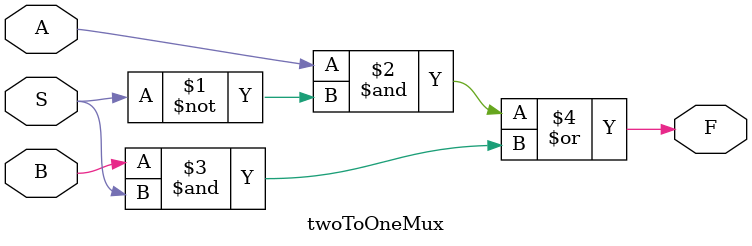
<source format=v>
module twoToOneMux(A,B,S,F);
	input A,B,S;
	output F;
	
	assign F = ((A&~S)|(B&S));
endmodule
</source>
